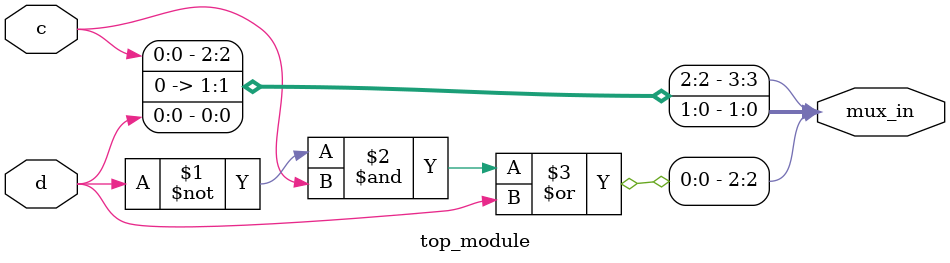
<source format=sv>
module top_module (
    input c,
    input d,
    output [3:0] mux_in
);

    assign mux_in[0] = d;                 // ab = 00: cd = 00 | 01 | 11 | 10 -> 0 | 1 | 1 | 1 -> d
    assign mux_in[1] = 0;                 // ab = 01: cd = 00 | 01 | 11 | 10 -> 0 | 0 | 0 | 0 -> 0
    assign mux_in[2] = (~d & c) | d;      // ab = 11: cd = 00 | 01 | 11 | 10 -> 0 | 0 | 1 | 0 -> (~d & c) | d
    assign mux_in[3] = c;                 // ab = 10: cd = 00 | 01 | 11 | 10 -> 1 | 0 | 1 | 1 -> c

endmodule

</source>
